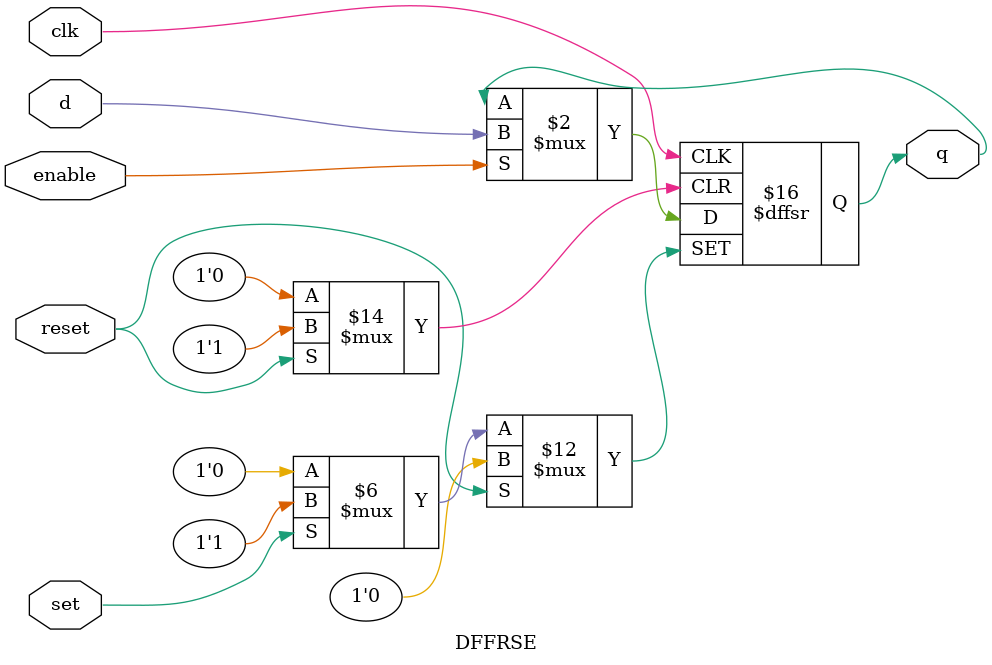
<source format=v>
module DFFRSE (input d,  
               input clk,  
               input reset, 
				   input set,
				   input enable, 
               output reg q);  
	
    
    always @ (posedge clk or posedge reset or posedge set)  
     begin
		if(reset)
          q <= 0;
		else if(set)
			 q <= 1;
		else if (clk)
		begin
		if (enable)
          q <= d; 
	   end
	end
	  
endmodule  
</source>
